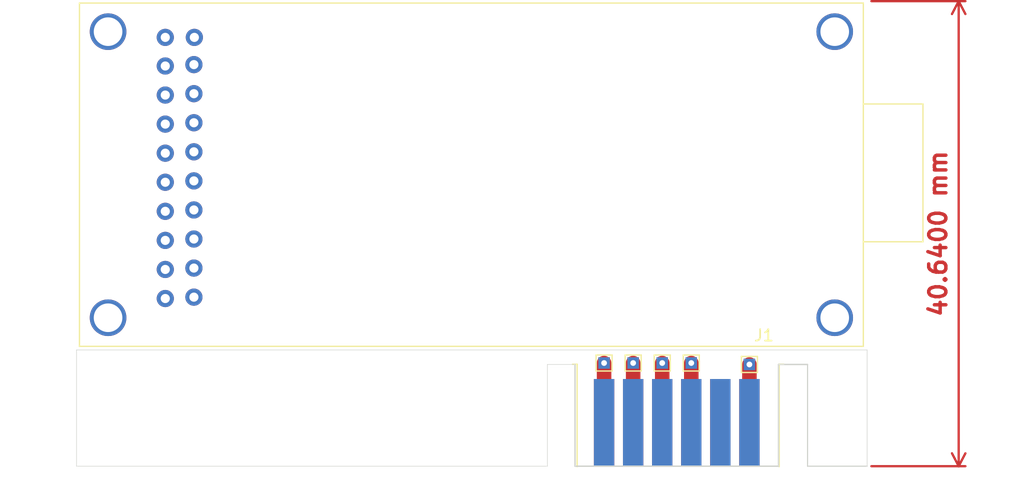
<source format=kicad_pcb>
(kicad_pcb (version 20240108) (generator "pcbnew") (generator_version "8.0")
  (layers (0 "F.Cu" signal) (31 "B.Cu" signal) (34 "B.Paste" user) (35 "F.Paste" user) (36 "B.SilkS" user "B.Silkscreen") (37 "F.SilkS" user "F.Silkscreen") (38 "B.Mask" user) (39 "F.Mask" user) (44 "Edge.Cuts" user))
  (net 0 "")
  (net 1 "/LRCKIN0")
  (net 2 "GND")
  (net 3 "/SDATAIN0")
  (net 5 "+5V")
  (net 6 "+3V3")
  (net 7 "/MCLK")
  (net 10 "/BCLKIN0")
  (footprint "00-mylib:EDGE-2x6-2.54" (layer "F.Cu") (at 99.695 83.058)
    (property "Reference" "J1" (at 7.62 -7.62 0) (layer "F.SilkS"))
    (property "Value" "Conn_01x06_Male" (hide yes))
    (fp_line (start -8.706 -5.1) (end -9.106 -5.1) (stroke (width 0.12)) (layer "F.SilkS"))
    (fp_line (start -8.706 3.85) (end -8.706 -5.1) (stroke (width 0.12)) (layer "F.SilkS"))
    (fp_line (start 8.95 -5.1) (end 9.35 -5.1) (stroke (width 0.12)) (layer "F.SilkS"))
    (fp_line (start 8.95 3.85) (end 8.95 -5.1) (stroke (width 0.12)) (layer "F.SilkS"))
    (fp_line (start -8.89 -5.08) (end -8.89 3.81) (stroke (width 0.12)) (layer "Edge.Cuts"))
    (fp_line (start -8.89 3.81) (end 8.89 3.81) (stroke (width 0.12)) (layer "Edge.Cuts"))
    (fp_line (start 8.89 -5.08) (end 11.43 -5.08) (stroke (width 0.12)) (layer "Edge.Cuts"))
    (fp_line (start 8.89 3.81) (end 8.89 -5.08) (stroke (width 0.12)) (layer "Edge.Cuts"))
    (pad "1" connect rect (at 6.35 0) (size 1.78 7.62) (layers "F.Cu" "F.Mask") (net 2 "GND"))
    (pad "2" connect rect (at 6.35 0) (size 1.78 7.62) (layers "B.Cu" "B.Mask") (net 2 "GND"))
    (pad "3" connect rect (at 3.81 0) (size 1.78 7.62) (layers "F.Cu" "F.Mask") (net 7 "/MCLK"))
    (pad "4" connect rect (at 3.81 0) (size 1.78 7.62) (layers "B.Cu" "B.Mask"))
    (pad "5" connect rect (at 1.27 0) (size 1.78 7.62) (layers "F.Cu" "F.Mask") (net 1 "/LRCKIN0"))
    (pad "6" connect rect (at 1.27 0) (size 1.78 7.62) (layers "B.Cu" "B.Mask"))
    (pad "7" connect rect (at -1.27 0) (size 1.78 7.62) (layers "F.Cu" "F.Mask") (net 10 "/BCLKIN0"))
    (pad "8" connect rect (at -1.27 0) (size 1.78 7.62) (layers "B.Cu" "B.Mask"))
    (pad "9" connect rect (at -3.81 0) (size 1.78 7.62) (layers "F.Cu" "F.Mask") (net 3 "/SDATAIN0"))
    (pad "10" connect rect (at -3.81 0) (size 1.78 7.62) (layers "B.Cu" "B.Mask"))
    (pad "11" connect rect (at -6.35 0) (size 1.78 7.62) (layers "F.Cu" "F.Mask") (net 6 "+3V3"))
    (pad "12" connect rect (at -6.35 0) (size 1.78 7.62) (layers "B.Cu" "B.Mask") (net 5 "+5V"))
  )
  (footprint "TestPoint:TestPoint_THTPad_1.0x1.0mm_Drill0.5mm" (layer "F.Cu") (at 95.885 77.851)
    (property "Reference" "J5" (hide yes))
    (property "Value" "Conn_01x01" (hide yes))
    (fp_line (start -0.7 -0.7) (end 0.7 -0.7) (stroke (width 0.12)) (layer "F.SilkS"))
    (fp_line (start -0.7 0.7) (end -0.7 -0.7) (stroke (width 0.12)) (layer "F.SilkS"))
    (fp_line (start 0.7 -0.7) (end 0.7 0.7) (stroke (width 0.12)) (layer "F.SilkS"))
    (fp_line (start 0.7 0.7) (end -0.7 0.7) (stroke (width 0.12)) (layer "F.SilkS"))
    (pad "1" thru_hole rect (at 0 0) (size 1 1) (drill 0.5) (layers "*.Cu" "*.Mask") (net 3 "/SDATAIN0"))
  )
  (footprint "00-mylib:Amanero Combo384" (layer "F.Cu") (at 116 76.395 90)
    (property "Reference" "REF**" (hide yes))
    (property "Value" "Amanero Combo384")
    (fp_line (start 30 -68.5) (end 0 -68.5) (stroke (width 0.12)) (layer "F.SilkS"))
    (fp_line (start 0 -68.5) (end 0 0) (stroke (width 0.12)) (layer "F.SilkS"))
    (fp_line (start 30 0) (end 30 -68.5) (stroke (width 0.12)) (layer "F.SilkS"))
    (fp_line (start 9.14 0) (end 9.14 5.21) (stroke (width 0.12)) (layer "F.SilkS"))
    (fp_line (start 0 0) (end 30 0) (stroke (width 0.12)) (layer "F.SilkS"))
    (fp_line (start 21.18 5.21) (end 21.18 0) (stroke (width 0.12)) (layer "F.SilkS"))
    (fp_line (start 9.14 5.21) (end 21.18 5.21) (stroke (width 0.12)) (layer "F.SilkS"))
    (pad "" np_thru_hole circle (at 2.5 -66 90) (size 3.2 3.2) (drill 2.5) (layers "F&B.Cu" "*.Mask"))
    (pad "" np_thru_hole circle (at 2.5 -2.5 90) (size 3.2 3.2) (drill 2.5) (layers "F&B.Cu" "*.Mask"))
    (pad "" np_thru_hole circle (at 27.5 -66 90) (size 3.2 3.2) (drill 2.5) (layers "F&B.Cu" "*.Mask"))
    (pad "" np_thru_hole circle (at 27.5 -2.5 90) (size 3.2 3.2) (drill 2.5) (layers "F&B.Cu" "*.Mask"))
    (pad "1" thru_hole circle (at 27 -61 90) (size 1.5 1.5) (drill 0.8) (layers "*.Cu" "*.Mask"))
    (pad "2" thru_hole circle (at 24.5 -61 270) (size 1.5 1.5) (drill 0.8) (layers "*.Cu" "*.Mask"))
    (pad "3" thru_hole circle (at 21.96 -61 270) (size 1.5 1.5) (drill 0.8) (layers "*.Cu" "*.Mask"))
    (pad "4" thru_hole circle (at 19.42 -61 270) (size 1.5 1.5) (drill 0.8) (layers "*.Cu" "*.Mask"))
    (pad "5" thru_hole circle (at 16.88 -61 270) (size 1.5 1.5) (drill 0.8) (layers "*.Cu" "*.Mask"))
    (pad "6" thru_hole circle (at 14.34 -61 270) (size 1.5 1.5) (drill 0.8) (layers "*.Cu" "*.Mask"))
    (pad "7" thru_hole circle (at 11.8 -61 270) (size 1.5 1.5) (drill 0.8) (layers "*.Cu" "*.Mask"))
    (pad "8" thru_hole circle (at 9.26 -61 270) (size 1.5 1.5) (drill 0.8) (layers "*.Cu" "*.Mask"))
    (pad "9" thru_hole circle (at 6.72 -61 270) (size 1.5 1.5) (drill 0.8) (layers "*.Cu" "*.Mask"))
    (pad "10" thru_hole circle (at 4.18 -61 270) (size 1.5 1.5) (drill 0.8) (layers "*.Cu" "*.Mask"))
    (pad "11" thru_hole circle (at 27 -58.46 90) (size 1.5 1.5) (drill 0.8) (layers "*.Cu" "*.Mask"))
    (pad "12" thru_hole circle (at 24.62 -58.5 270) (size 1.5 1.5) (drill 0.8) (layers "*.Cu" "*.Mask"))
    (pad "13" thru_hole circle (at 22.08 -58.5 270) (size 1.5 1.5) (drill 0.8) (layers "*.Cu" "*.Mask"))
    (pad "14" thru_hole circle (at 19.54 -58.5 270) (size 1.5 1.5) (drill 0.8) (layers "*.Cu" "*.Mask"))
    (pad "15" thru_hole circle (at 17 -58.5 270) (size 1.5 1.5) (drill 0.8) (layers "*.Cu" "*.Mask"))
    (pad "16" thru_hole circle (at 14.46 -58.5 270) (size 1.5 1.5) (drill 0.8) (layers "*.Cu" "*.Mask"))
    (pad "17" thru_hole circle (at 11.92 -58.5 270) (size 1.5 1.5) (drill 0.8) (layers "*.Cu" "*.Mask"))
    (pad "18" thru_hole circle (at 9.38 -58.5 270) (size 1.5 1.5) (drill 0.8) (layers "*.Cu" "*.Mask"))
    (pad "19" thru_hole circle (at 6.84 -58.5 270) (size 1.5 1.5) (drill 0.8) (layers "*.Cu" "*.Mask"))
    (pad "20" thru_hole circle (at 4.3 -58.5 270) (size 1.5 1.5) (drill 0.8) (layers "*.Cu" "*.Mask"))
  )
  (footprint "TestPoint:TestPoint_THTPad_1.0x1.0mm_Drill0.5mm" (layer "F.Cu") (at 106.045 77.978)
    (property "Reference" "J2" (hide yes))
    (property "Value" "Conn_01x01" (hide yes))
    (fp_line (start -0.7 -0.7) (end 0.7 -0.7) (stroke (width 0.12)) (layer "F.SilkS"))
    (fp_line (start -0.7 0.7) (end -0.7 -0.7) (stroke (width 0.12)) (layer "F.SilkS"))
    (fp_line (start 0.7 -0.7) (end 0.7 0.7) (stroke (width 0.12)) (layer "F.SilkS"))
    (fp_line (start 0.7 0.7) (end -0.7 0.7) (stroke (width 0.12)) (layer "F.SilkS"))
    (pad "1" thru_hole rect (at 0 0) (size 1 1) (drill 0.5) (layers "*.Cu" "*.Mask") (net 2 "GND"))
  )
  (footprint "TestPoint:TestPoint_THTPad_1.0x1.0mm_Drill0.5mm" (layer "F.Cu") (at 93.345 77.851)
    (property "Reference" "J6" (hide yes))
    (property "Value" "Conn_01x01" (hide yes))
    (fp_line (start -0.7 -0.7) (end 0.7 -0.7) (stroke (width 0.12)) (layer "F.SilkS"))
    (fp_line (start -0.7 0.7) (end -0.7 -0.7) (stroke (width 0.12)) (layer "F.SilkS"))
    (fp_line (start 0.7 -0.7) (end 0.7 0.7) (stroke (width 0.12)) (layer "F.SilkS"))
    (fp_line (start 0.7 0.7) (end -0.7 0.7) (stroke (width 0.12)) (layer "F.SilkS"))
    (pad "1" thru_hole rect (at 0 0) (size 1 1) (drill 0.5) (layers "*.Cu" "*.Mask") (net 6 "+3V3"))
  )
  (footprint "MountingHole:MountingHole_3.2mm_M3" (layer "F.Cu") (at 113.665 83.058)
    (property "Reference" "REF**" (hide yes))
    (property "Value" "MountingHole_3.2mm_M3")
    (pad "" np_thru_hole circle (at 0 0) (size 3.2 3.2) (drill 3.2) (layers "F&B.Cu" "*.Mask"))
  )
  (footprint "TestPoint:TestPoint_THTPad_1.0x1.0mm_Drill0.5mm" (layer "F.Cu") (at 98.425 77.851)
    (property "Reference" "J4" (hide yes))
    (property "Value" "Conn_01x01" (hide yes))
    (fp_line (start -0.7 -0.7) (end 0.7 -0.7) (stroke (width 0.12)) (layer "F.SilkS"))
    (fp_line (start -0.7 0.7) (end -0.7 -0.7) (stroke (width 0.12)) (layer "F.SilkS"))
    (fp_line (start 0.7 -0.7) (end 0.7 0.7) (stroke (width 0.12)) (layer "F.SilkS"))
    (fp_line (start 0.7 0.7) (end -0.7 0.7) (stroke (width 0.12)) (layer "F.SilkS"))
    (pad "1" thru_hole rect (at 0 0) (size 1 1) (drill 0.5) (layers "*.Cu" "*.Mask") (net 10 "/BCLKIN0"))
  )
  (footprint "MountingHole:MountingHole_3.2mm_M3" (layer "F.Cu") (at 50.038 83.058)
    (property "Reference" "REF**" (hide yes))
    (property "Value" "MountingHole_3.2mm_M3")
    (pad "" np_thru_hole circle (at 0 0) (size 3.2 3.2) (drill 3.2) (layers "F&B.Cu" "*.Mask"))
  )
  (footprint "TestPoint:TestPoint_THTPad_1.0x1.0mm_Drill0.5mm" (layer "F.Cu") (at 100.965 77.851)
    (property "Reference" "J3" (hide yes))
    (property "Value" "Conn_01x01" (hide yes))
    (fp_line (start -0.7 -0.7) (end 0.7 -0.7) (stroke (width 0.12)) (layer "F.SilkS"))
    (fp_line (start -0.7 0.7) (end -0.7 -0.7) (stroke (width 0.12)) (layer "F.SilkS"))
    (fp_line (start 0.7 -0.7) (end 0.7 0.7) (stroke (width 0.12)) (layer "F.SilkS"))
    (fp_line (start 0.7 0.7) (end -0.7 0.7) (stroke (width 0.12)) (layer "F.SilkS"))
    (pad "1" thru_hole rect (at 0 0) (size 1 1) (drill 0.5) (layers "*.Cu" "*.Mask") (net 1 "/LRCKIN0"))
  )
  (gr_line (start 111.125 77.978) (end 111.125 86.868) (stroke (width 0.1)) (layer "Edge.Cuts"))
  (gr_line (start 116.332 76.708) (end 116.332 86.868) (stroke (width 0.05)) (layer "Edge.Cuts"))
  (gr_line (start 88.392 77.978) (end 88.392 86.868) (stroke (width 0.05)) (layer "Edge.Cuts"))
  (gr_line (start 47.244 86.868) (end 47.244 76.708) (stroke (width 0.05)) (layer "Edge.Cuts"))
  (gr_line (start 111.125 86.868) (end 116.332 86.868) (stroke (width 0.1)) (layer "Edge.Cuts"))
  (gr_line (start 90.805 77.978) (end 88.392 77.978) (stroke (width 0.05)) (layer "Edge.Cuts"))
  (gr_line (start 47.244 76.708) (end 116.332 76.708) (stroke (width 0.05)) (layer "Edge.Cuts"))
  (gr_line (start 88.392 86.868) (end 47.244 86.868) (stroke (width 0.05)) (layer "Edge.Cuts"))
  (dimension (type aligned) (layer "F.Cu") (pts (xy 116.205 86.868) (xy 116.205 46.228)) (height 8.128) (gr_text "40,6400 mm" (at 122.533 66.548 90) (layer "F.Cu") (effects (font (size 1.5 1.5) (thickness 0.3)))) (format (prefix "") (suffix "") (units 3) (units_format 1) (precision 4)) (style (thickness 0.2) (arrow_length 1.27) (text_position_mode 0) (extension_height 0.58642) (extension_offset 0.5) keep_text_aligned))
  (segment (start 100.965 77.851) (end 100.965 83.058) (width 1.27) (layer "F.Cu") (net 1))
  (segment (start 106.045 77.978) (end 106.045 83.058) (width 1.27) (layer "F.Cu") (net 2))
  (segment (start 95.885 77.851) (end 95.885 83.058) (width 1.27) (layer "F.Cu") (net 3))
  (segment (start 93.345 77.851) (end 93.345 83.058) (width 1.27) (layer "F.Cu") (net 6))
  (segment (start 98.425 77.851) (end 98.425 83.058) (width 1.27) (layer "F.Cu") (net 10))
)
</source>
